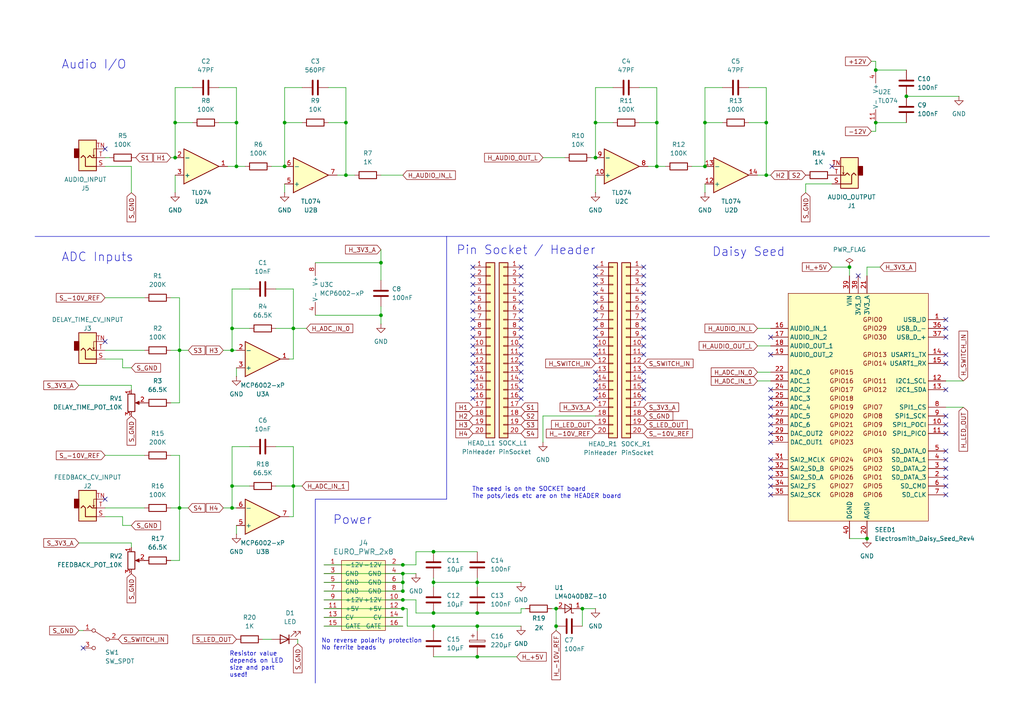
<source format=kicad_sch>
(kicad_sch (version 20231120) (generator "eeschema") (generator_version "8.0")
  (paper "A4")
  (title_block (title "Daisy Delay 6HP Eurorack Module") (date "2024-04-14") (rev "1.0") (company "42 Berlin SynthLab") (comment 1 "Important to connect AGND and DGND outside the seed!") (comment 2 "Using suggested pins in datasheet switch/LED examples:\nhttps://daisy.nyc3.cdn.digitaloceanspaces.com/products/seed/Daisy_Seed_datasheet.pdf"))
  (junction (at 82.55 48.26))
  (junction (at 138.43 181.61))
  (junction (at 52.07 147.32))
  (junction (at 251.46 156.21))
  (junction (at 116.84 173.99))
  (junction (at 204.47 35.56))
  (junction (at 125.73 177.8))
  (junction (at 254 35.56))
  (junction (at 125.73 168.91))
  (junction (at 116.84 171.45))
  (junction (at 138.43 168.91))
  (junction (at 161.29 181.61))
  (junction (at 67.31 140.97))
  (junction (at 100.33 35.56))
  (junction (at 82.55 35.56))
  (junction (at 190.5 48.26))
  (junction (at 110.49 76.2))
  (junction (at 125.73 160.02))
  (junction (at 50.8 45.72))
  (junction (at 190.5 35.56))
  (junction (at 168.91 176.53))
  (junction (at 138.43 190.5))
  (junction (at 68.58 35.56))
  (junction (at 67.31 95.25))
  (junction (at 67.31 147.32))
  (junction (at 172.72 45.72))
  (junction (at 85.09 140.97))
  (junction (at 172.72 35.56))
  (junction (at 67.31 101.6))
  (junction (at 125.73 181.61))
  (junction (at 138.43 177.8))
  (junction (at 222.25 50.8))
  (junction (at 116.84 166.37))
  (junction (at 68.58 48.26))
  (junction (at 204.47 48.26))
  (junction (at 254 20.32))
  (junction (at 85.09 95.25))
  (junction (at 50.8 35.56))
  (junction (at 116.84 168.91))
  (junction (at 262.89 27.94))
  (junction (at 52.07 101.6))
  (junction (at 116.84 176.53))
  (junction (at 222.25 35.56))
  (junction (at 246.38 77.47))
  (junction (at 100.33 50.8))
  (junction (at 161.29 176.53))
  (junction (at 110.49 91.44))
  (junction (at 116.84 163.83))
  (no_connect (at 223.52 123.19))
  (no_connect (at 137.16 100.33))
  (no_connect (at 186.69 115.57))
  (no_connect (at 151.13 100.33))
  (no_connect (at 151.13 95.25))
  (no_connect (at 274.32 102.87))
  (no_connect (at 24.13 187.96))
  (no_connect (at 274.32 130.81))
  (no_connect (at 151.13 80.01))
  (no_connect (at 151.13 105.41))
  (no_connect (at 186.69 107.95))
  (no_connect (at 223.52 113.03))
  (no_connect (at 248.92 80.01))
  (no_connect (at 151.13 92.71))
  (no_connect (at 223.52 128.27))
  (no_connect (at 223.52 135.89))
  (no_connect (at 274.32 92.71))
  (no_connect (at 274.32 133.35))
  (no_connect (at 137.16 95.25))
  (no_connect (at 186.69 95.25))
  (no_connect (at 172.72 97.79))
  (no_connect (at 186.69 77.47))
  (no_connect (at 137.16 110.49))
  (no_connect (at 172.72 113.03))
  (no_connect (at 172.72 80.01))
  (no_connect (at 151.13 97.79))
  (no_connect (at 172.72 85.09))
  (no_connect (at 274.32 97.79))
  (no_connect (at 151.13 110.49))
  (no_connect (at 186.69 113.03))
  (no_connect (at 223.52 102.87))
  (no_connect (at 223.52 143.51))
  (no_connect (at 137.16 107.95))
  (no_connect (at 137.16 82.55))
  (no_connect (at 223.52 115.57))
  (no_connect (at 186.69 97.79))
  (no_connect (at 274.32 95.25))
  (no_connect (at 151.13 115.57))
  (no_connect (at 137.16 102.87))
  (no_connect (at 172.72 87.63))
  (no_connect (at 151.13 107.95))
  (no_connect (at 274.32 125.73))
  (no_connect (at 223.52 125.73))
  (no_connect (at 223.52 118.11))
  (no_connect (at 186.69 87.63))
  (no_connect (at 151.13 82.55))
  (no_connect (at 274.32 140.97))
  (no_connect (at 151.13 85.09))
  (no_connect (at 223.52 140.97))
  (no_connect (at 172.72 102.87))
  (no_connect (at 137.16 115.57))
  (no_connect (at 186.69 85.09))
  (no_connect (at 186.69 82.55))
  (no_connect (at 30.48 99.06))
  (no_connect (at 186.69 100.33))
  (no_connect (at 223.52 120.65))
  (no_connect (at 274.32 105.41))
  (no_connect (at 186.69 92.71))
  (no_connect (at 172.72 77.47))
  (no_connect (at 151.13 87.63))
  (no_connect (at 151.13 113.03))
  (no_connect (at 30.48 43.18))
  (no_connect (at 274.32 120.65))
  (no_connect (at 172.72 110.49))
  (no_connect (at 241.3 48.26))
  (no_connect (at 186.69 110.49))
  (no_connect (at 137.16 87.63))
  (no_connect (at 30.48 144.78))
  (no_connect (at 274.32 123.19))
  (no_connect (at 137.16 85.09))
  (no_connect (at 172.72 82.55))
  (no_connect (at 172.72 115.57))
  (no_connect (at 137.16 92.71))
  (no_connect (at 151.13 77.47))
  (no_connect (at 274.32 143.51))
  (no_connect (at 137.16 80.01))
  (no_connect (at 186.69 80.01))
  (no_connect (at 186.69 90.17))
  (no_connect (at 137.16 105.41))
  (no_connect (at 137.16 77.47))
  (no_connect (at 274.32 138.43))
  (no_connect (at 223.52 133.35))
  (no_connect (at 186.69 102.87))
  (no_connect (at 172.72 95.25))
  (no_connect (at 137.16 113.03))
  (no_connect (at 172.72 100.33))
  (no_connect (at 274.32 135.89))
  (no_connect (at 151.13 90.17))
  (no_connect (at 172.72 90.17))
  (no_connect (at 223.52 138.43))
  (no_connect (at 274.32 113.03))
  (no_connect (at 151.13 102.87))
  (no_connect (at 172.72 92.71))
  (no_connect (at 223.52 97.79))
  (no_connect (at 137.16 90.17))
  (no_connect (at 137.16 97.79))
  (no_connect (at 172.72 107.95))
  (wire (pts (xy 30.48 132.08) (xy 41.91 132.08)))
  (wire (pts (xy 67.31 140.97) (xy 67.31 129.54)))
  (wire (pts (xy 68.58 152.4) (xy 68.58 154.94)))
  (wire (pts (xy 204.47 25.4) (xy 204.47 35.56)))
  (wire (pts (xy 151.13 177.8) (xy 138.43 177.8)))
  (wire (pts (xy 35.56 149.86) (xy 30.48 149.86)))
  (wire (pts (xy 83.82 104.14) (xy 85.09 104.14)))
  (wire (pts (xy 246.38 156.21) (xy 251.46 156.21)))
  (wire (pts (xy 35.56 152.4) (xy 38.1 152.4)))
  (wire (pts (xy 49.53 147.32) (xy 52.07 147.32)))
  (wire (pts (xy 93.98 173.99) (xy 116.84 173.99)))
  (wire (pts (xy 219.71 50.8) (xy 222.25 50.8)))
  (wire (pts (xy 30.48 45.72) (xy 31.75 45.72)))
  (wire (pts (xy 30.48 147.32) (xy 41.91 147.32)))
  (wire (pts (xy 52.07 116.84) (xy 52.07 101.6)))
  (wire (pts (xy 171.45 45.72) (xy 172.72 45.72)))
  (wire (pts (xy 161.29 181.61) (xy 161.29 176.53)))
  (wire (pts (xy 35.56 106.68) (xy 35.56 104.14)))
  (wire (pts (xy 78.74 185.42) (xy 76.2 185.42)))
  (wire (pts (xy 49.53 116.84) (xy 52.07 116.84)))
  (wire (pts (xy 118.11 181.61) (xy 125.73 181.61)))
  (wire (pts (xy 22.86 182.88) (xy 24.13 182.88)))
  (wire (pts (xy 49.53 132.08) (xy 52.07 132.08)))
  (wire (pts (xy 222.25 25.4) (xy 222.25 35.56)))
  (wire (pts (xy 38.1 157.48) (xy 38.1 158.75)))
  (wire (pts (xy 110.49 76.2) (xy 110.49 72.39)))
  (wire (pts (xy 168.91 176.53) (xy 168.91 181.61)))
  (wire (pts (xy 157.48 45.72) (xy 163.83 45.72)))
  (wire (pts (xy 86.36 185.42) (xy 86.36 186.69)))
  (wire (pts (xy 35.56 104.14) (xy 30.48 104.14)))
  (wire (pts (xy 93.98 166.37) (xy 116.84 166.37)))
  (wire (pts (xy 151.13 176.53) (xy 151.13 177.8)))
  (wire (pts (xy 222.25 50.8) (xy 223.52 50.8)))
  (wire (pts (xy 93.98 181.61) (xy 116.84 181.61)))
  (wire (pts (xy 209.55 25.4) (xy 204.47 25.4)))
  (polyline (pts (xy 129.54 68.58) (xy 287.02 68.58)))
  (wire (pts (xy 82.55 35.56) (xy 87.63 35.56)))
  (wire (pts (xy 138.43 182.88) (xy 138.43 181.61)))
  (wire (pts (xy 80.01 129.54) (xy 85.09 129.54)))
  (wire (pts (xy 100.33 50.8) (xy 102.87 50.8)))
  (wire (pts (xy 64.77 101.6) (xy 67.31 101.6)))
  (wire (pts (xy 251.46 80.01) (xy 251.46 77.47)))
  (wire (pts (xy 85.09 95.25) (xy 85.09 104.14)))
  (wire (pts (xy 67.31 140.97) (xy 67.31 147.32)))
  (wire (pts (xy 172.72 50.8) (xy 172.72 55.88)))
  (wire (pts (xy 217.17 25.4) (xy 222.25 25.4)))
  (wire (pts (xy 172.72 35.56) (xy 177.8 35.56)))
  (wire (pts (xy 68.58 48.26) (xy 68.58 35.56)))
  (wire (pts (xy 185.42 35.56) (xy 190.5 35.56)))
  (wire (pts (xy 110.49 88.9) (xy 110.49 91.44)))
  (wire (pts (xy 190.5 48.26) (xy 193.04 48.26)))
  (wire (pts (xy 138.43 190.5) (xy 149.86 190.5)))
  (wire (pts (xy 63.5 35.56) (xy 68.58 35.56)))
  (wire (pts (xy 125.73 177.8) (xy 120.65 177.8)))
  (polyline (pts (xy 91.44 144.78) (xy 91.44 198.12)))
  (wire (pts (xy 82.55 35.56) (xy 82.55 48.26)))
  (wire (pts (xy 50.8 45.72) (xy 50.8 35.56)))
  (wire (pts (xy 219.71 100.33) (xy 223.52 100.33)))
  (wire (pts (xy 219.71 107.95) (xy 223.52 107.95)))
  (wire (pts (xy 93.98 168.91) (xy 116.84 168.91)))
  (wire (pts (xy 222.25 35.56) (xy 222.25 50.8)))
  (wire (pts (xy 78.74 48.26) (xy 82.55 48.26)))
  (wire (pts (xy 68.58 106.68) (xy 68.58 109.22)))
  (wire (pts (xy 93.98 176.53) (xy 116.84 176.53)))
  (wire (pts (xy 52.07 86.36) (xy 52.07 101.6)))
  (wire (pts (xy 138.43 168.91) (xy 138.43 167.64)))
  (wire (pts (xy 138.43 181.61) (xy 151.13 181.61)))
  (wire (pts (xy 241.3 53.34) (xy 233.68 53.34)))
  (wire (pts (xy 274.32 110.49) (xy 279.4 110.49)))
  (wire (pts (xy 83.82 149.86) (xy 85.09 149.86)))
  (wire (pts (xy 116.84 168.91) (xy 116.84 171.45)))
  (wire (pts (xy 54.61 101.6) (xy 52.07 101.6)))
  (wire (pts (xy 252.73 17.78) (xy 254 17.78)))
  (wire (pts (xy 219.71 95.25) (xy 223.52 95.25)))
  (wire (pts (xy 110.49 50.8) (xy 116.84 50.8)))
  (wire (pts (xy 161.29 182.88) (xy 161.29 181.61)))
  (wire (pts (xy 49.53 162.56) (xy 52.07 162.56)))
  (wire (pts (xy 172.72 176.53) (xy 168.91 176.53)))
  (wire (pts (xy 187.96 48.26) (xy 190.5 48.26)))
  (wire (pts (xy 85.09 129.54) (xy 85.09 140.97)))
  (wire (pts (xy 67.31 140.97) (xy 72.39 140.97)))
  (wire (pts (xy 251.46 77.47) (xy 255.27 77.47)))
  (wire (pts (xy 138.43 168.91) (xy 138.43 170.18)))
  (wire (pts (xy 67.31 129.54) (xy 72.39 129.54)))
  (wire (pts (xy 254 17.78) (xy 254 20.32)))
  (wire (pts (xy 160.02 176.53) (xy 161.29 176.53)))
  (wire (pts (xy 80.01 95.25) (xy 85.09 95.25)))
  (wire (pts (xy 125.73 190.5) (xy 138.43 190.5)))
  (wire (pts (xy 80.01 140.97) (xy 85.09 140.97)))
  (wire (pts (xy 116.84 166.37) (xy 116.84 168.91)))
  (wire (pts (xy 91.44 91.44) (xy 110.49 91.44)))
  (wire (pts (xy 125.73 177.8) (xy 138.43 177.8)))
  (wire (pts (xy 172.72 120.65) (xy 157.48 120.65)))
  (wire (pts (xy 35.56 106.68) (xy 38.1 106.68)))
  (wire (pts (xy 49.53 45.72) (xy 50.8 45.72)))
  (wire (pts (xy 110.49 76.2) (xy 110.49 81.28)))
  (wire (pts (xy 190.5 25.4) (xy 190.5 35.56)))
  (wire (pts (xy 38.1 48.26) (xy 38.1 55.88)))
  (wire (pts (xy 38.1 111.76) (xy 38.1 113.03)))
  (wire (pts (xy 254 20.32) (xy 262.89 20.32)))
  (wire (pts (xy 67.31 101.6) (xy 68.58 101.6)))
  (wire (pts (xy 50.8 35.56) (xy 55.88 35.56)))
  (wire (pts (xy 254 38.1) (xy 254 35.56)))
  (wire (pts (xy 204.47 53.34) (xy 204.47 55.88)))
  (wire (pts (xy 100.33 35.56) (xy 100.33 50.8)))
  (wire (pts (xy 233.68 53.34) (xy 233.68 55.88)))
  (wire (pts (xy 138.43 168.91) (xy 151.13 168.91)))
  (wire (pts (xy 274.32 118.11) (xy 279.4 118.11)))
  (wire (pts (xy 80.01 83.82) (xy 85.09 83.82)))
  (wire (pts (xy 252.73 38.1) (xy 254 38.1)))
  (wire (pts (xy 22.86 157.48) (xy 38.1 157.48)))
  (wire (pts (xy 54.61 147.32) (xy 52.07 147.32)))
  (wire (pts (xy 49.53 101.6) (xy 52.07 101.6)))
  (wire (pts (xy 157.48 120.65) (xy 157.48 128.27)))
  (wire (pts (xy 125.73 167.64) (xy 125.73 168.91)))
  (wire (pts (xy 125.73 160.02) (xy 120.65 160.02)))
  (wire (pts (xy 120.65 177.8) (xy 120.65 173.99)))
  (wire (pts (xy 217.17 35.56) (xy 222.25 35.56)))
  (wire (pts (xy 66.04 48.26) (xy 68.58 48.26)))
  (wire (pts (xy 85.09 140.97) (xy 85.09 149.86)))
  (wire (pts (xy 30.48 86.36) (xy 41.91 86.36)))
  (wire (pts (xy 125.73 168.91) (xy 125.73 170.18)))
  (wire (pts (xy 67.31 95.25) (xy 67.31 83.82)))
  (wire (pts (xy 262.89 27.94) (xy 278.13 27.94)))
  (wire (pts (xy 30.48 48.26) (xy 38.1 48.26)))
  (polyline (pts (xy 91.44 144.78) (xy 129.54 144.78)))
  (wire (pts (xy 219.71 110.49) (xy 223.52 110.49)))
  (wire (pts (xy 22.86 111.76) (xy 38.1 111.76)))
  (wire (pts (xy 64.77 147.32) (xy 67.31 147.32)))
  (wire (pts (xy 67.31 95.25) (xy 72.39 95.25)))
  (wire (pts (xy 67.31 147.32) (xy 68.58 147.32)))
  (wire (pts (xy 95.25 25.4) (xy 100.33 25.4)))
  (wire (pts (xy 30.48 101.6) (xy 41.91 101.6)))
  (wire (pts (xy 125.73 160.02) (xy 138.43 160.02)))
  (wire (pts (xy 254 35.56) (xy 262.89 35.56)))
  (wire (pts (xy 190.5 48.26) (xy 190.5 35.56)))
  (wire (pts (xy 116.84 163.83) (xy 120.65 163.83)))
  (wire (pts (xy 50.8 25.4) (xy 50.8 35.56)))
  (wire (pts (xy 185.42 25.4) (xy 190.5 25.4)))
  (wire (pts (xy 85.09 83.82) (xy 85.09 95.25)))
  (wire (pts (xy 100.33 25.4) (xy 100.33 35.56)))
  (wire (pts (xy 52.07 162.56) (xy 52.07 147.32)))
  (wire (pts (xy 125.73 168.91) (xy 138.43 168.91)))
  (wire (pts (xy 200.66 48.26) (xy 204.47 48.26)))
  (wire (pts (xy 91.44 76.2) (xy 110.49 76.2)))
  (wire (pts (xy 52.07 132.08) (xy 52.07 147.32)))
  (wire (pts (xy 246.38 77.47) (xy 246.38 80.01)))
  (wire (pts (xy 172.72 25.4) (xy 172.72 35.56)))
  (wire (pts (xy 93.98 171.45) (xy 116.84 171.45)))
  (wire (pts (xy 110.49 91.44) (xy 110.49 93.98)))
  (wire (pts (xy 97.79 50.8) (xy 100.33 50.8)))
  (wire (pts (xy 50.8 50.8) (xy 50.8 55.88)))
  (wire (pts (xy 93.98 163.83) (xy 116.84 163.83)))
  (wire (pts (xy 95.25 35.56) (xy 100.33 35.56)))
  (wire (pts (xy 63.5 25.4) (xy 68.58 25.4)))
  (wire (pts (xy 125.73 181.61) (xy 138.43 181.61)))
  (wire (pts (xy 49.53 86.36) (xy 52.07 86.36)))
  (wire (pts (xy 82.55 53.34) (xy 82.55 55.88)))
  (wire (pts (xy 85.09 140.97) (xy 87.63 140.97)))
  (wire (pts (xy 120.65 173.99) (xy 116.84 173.99)))
  (wire (pts (xy 151.13 176.53) (xy 152.4 176.53)))
  (wire (pts (xy 204.47 35.56) (xy 204.47 48.26)))
  (wire (pts (xy 116.84 166.37) (xy 120.65 166.37)))
  (wire (pts (xy 68.58 48.26) (xy 71.12 48.26)))
  (wire (pts (xy 55.88 25.4) (xy 50.8 25.4)))
  (wire (pts (xy 120.65 160.02) (xy 120.65 163.83)))
  (wire (pts (xy 241.3 77.47) (xy 246.38 77.47)))
  (wire (pts (xy 204.47 35.56) (xy 209.55 35.56)))
  (wire (pts (xy 68.58 25.4) (xy 68.58 35.56)))
  (wire (pts (xy 85.09 95.25) (xy 88.9 95.25)))
  (wire (pts (xy 87.63 25.4) (xy 82.55 25.4)))
  (wire (pts (xy 67.31 83.82) (xy 72.39 83.82)))
  (polyline (pts (xy 10.16 68.58) (xy 129.54 68.58)))
  (wire (pts (xy 82.55 25.4) (xy 82.55 35.56)))
  (polyline (pts (xy 129.54 68.58) (xy 129.54 144.78)))
  (wire (pts (xy 125.73 182.88) (xy 125.73 181.61)))
  (wire (pts (xy 116.84 176.53) (xy 118.11 176.53)))
  (wire (pts (xy 93.98 179.07) (xy 116.84 179.07)))
  (wire (pts (xy 172.72 45.72) (xy 172.72 35.56)))
  (wire (pts (xy 177.8 25.4) (xy 172.72 25.4)))
  (wire (pts (xy 67.31 95.25) (xy 67.31 101.6)))
  (wire (pts (xy 35.56 152.4) (xy 35.56 149.86)))
  (wire (pts (xy 118.11 176.53) (xy 118.11 181.61)))
  (text "ADC Inputs" (at 17.78 76.2 0) (effects (font (size 2.54 2.54)) (justify left bottom)))
  (text "Resistor value\ndepends on LED\nsize and part\nused!" (at 66.548 192.786 0) (effects (font (size 1.27 1.27)) (justify left)))
  (text "Audio I/O" (at 17.78 20.32 0) (effects (font (size 2.54 2.54)) (justify left bottom)))
  (text "Power" (at 96.52 152.4 0) (effects (font (size 2.54 2.54)) (justify left bottom)))
  (text "The seed is on the SOCKET board\nThe pots/leds etc are on the HEADER board" (at 136.906 141.224 0) (effects (font (size 1.27 1.27)) (justify left top)))
  (text "Pin Socket / Header" (at 132.334 74.168 0) (effects (font (size 2.54 2.54)) (justify left bottom)))
  (text "Daisy Seed" (at 206.502 74.676 0) (effects (font (size 2.54 2.54)) (justify left bottom)))
  (text "No reverse polarity protection\nNo ferrite beads" (at 93.218 186.944 0) (effects (font (size 1.27 1.27)) (justify left)))
  (global_label "S_3V3_A" (shape input) (at 22.86 157.48 180) (property "Intersheetrefs" "${INTERSHEET_REFS}" (effects (hide yes))))
  (global_label "H_LED_OUT" (shape input) (at 279.4 118.11 270) (property "Intersheetrefs" "${INTERSHEET_REFS}" (effects (hide yes))))
  (global_label "S_GND" (shape input) (at 38.1 166.37 270) (property "Intersheetrefs" "${INTERSHEET_REFS}" (effects (hide yes))))
  (global_label "H4" (shape input) (at 137.16 125.73 180) (property "Intersheetrefs" "${INTERSHEET_REFS}" (effects (hide yes))))
  (global_label "H_3V3_A" (shape input) (at 110.49 72.39 180) (property "Intersheetrefs" "${INTERSHEET_REFS}" (effects (hide yes))))
  (global_label "S_SWITCH_IN" (shape input) (at 186.69 105.41 0) (property "Intersheetrefs" "${INTERSHEET_REFS}" (effects (hide yes))))
  (global_label "H3" (shape input) (at 137.16 123.19 180) (property "Intersheetrefs" "${INTERSHEET_REFS}" (effects (hide yes))))
  (global_label "S_LED_OUT" (shape input) (at 186.69 123.19 0) (property "Intersheetrefs" "${INTERSHEET_REFS}" (effects (hide yes))))
  (global_label "H_ADC_IN_0" (shape input) (at 88.9 95.25 0) (property "Intersheetrefs" "${INTERSHEET_REFS}" (effects (hide yes))))
  (global_label "H3" (shape input) (at 64.77 101.6 180) (property "Intersheetrefs" "${INTERSHEET_REFS}" (effects (hide yes))))
  (global_label "H_ADC_IN_0" (shape input) (at 219.71 107.95 180) (property "Intersheetrefs" "${INTERSHEET_REFS}" (effects (hide yes))))
  (global_label "-12V" (shape input) (at 252.73 38.1 180) (property "Intersheetrefs" "${INTERSHEET_REFS}" (effects (hide yes))))
  (global_label "H_AUDIO_OUT_L" (shape input) (at 219.71 100.33 180) (property "Intersheetrefs" "${INTERSHEET_REFS}" (effects (hide yes))))
  (global_label "H2" (shape input) (at 223.52 50.8 0) (property "Intersheetrefs" "${INTERSHEET_REFS}" (effects (hide yes))))
  (global_label "H_-10V_REF" (shape input) (at 161.29 182.88 270) (property "Intersheetrefs" "${INTERSHEET_REFS}" (effects (hide yes))))
  (global_label "+12V" (shape input) (at 252.73 17.78 180) (property "Intersheetrefs" "${INTERSHEET_REFS}" (effects (hide yes))))
  (global_label "S2" (shape input) (at 151.13 120.65 0) (property "Intersheetrefs" "${INTERSHEET_REFS}" (effects (hide yes))))
  (global_label "S_3V3_A" (shape input) (at 22.86 111.76 180) (property "Intersheetrefs" "${INTERSHEET_REFS}" (effects (hide yes))))
  (global_label "H_AUDIO_OUT_L" (shape input) (at 157.48 45.72 180) (property "Intersheetrefs" "${INTERSHEET_REFS}" (effects (hide yes))))
  (global_label "H1" (shape input) (at 49.53 45.72 180) (property "Intersheetrefs" "${INTERSHEET_REFS}" (effects (hide yes))))
  (global_label "H_+5V" (shape input) (at 241.3 77.47 180) (property "Intersheetrefs" "${INTERSHEET_REFS}" (effects (hide yes))))
  (global_label "H_LED_OUT" (shape input) (at 172.72 123.19 180) (property "Intersheetrefs" "${INTERSHEET_REFS}" (effects (hide yes))))
  (global_label "S_GND" (shape input) (at 38.1 120.65 270) (property "Intersheetrefs" "${INTERSHEET_REFS}" (effects (hide yes))))
  (global_label "H2" (shape input) (at 137.16 120.65 180) (property "Intersheetrefs" "${INTERSHEET_REFS}" (effects (hide yes))))
  (global_label "H_3V3_A" (shape input) (at 172.72 118.11 180) (property "Intersheetrefs" "${INTERSHEET_REFS}" (effects (hide yes))))
  (global_label "S_GND" (shape input) (at 233.68 55.88 270) (property "Intersheetrefs" "${INTERSHEET_REFS}" (effects (hide yes))))
  (global_label "S_GND" (shape input) (at 38.1 55.88 270) (property "Intersheetrefs" "${INTERSHEET_REFS}" (effects (hide yes))))
  (global_label "S_GND" (shape input) (at 86.36 186.69 270) (property "Intersheetrefs" "${INTERSHEET_REFS}" (effects (hide yes))))
  (global_label "S1" (shape input) (at 39.37 45.72 0) (property "Intersheetrefs" "${INTERSHEET_REFS}" (effects (hide yes))))
  (global_label "H_SWITCH_IN" (shape input) (at 279.4 110.49 90) (property "Intersheetrefs" "${INTERSHEET_REFS}" (effects (hide yes))))
  (global_label "S_3V3_A" (shape input) (at 186.69 118.11 0) (property "Intersheetrefs" "${INTERSHEET_REFS}" (effects (hide yes))))
  (global_label "S4" (shape input) (at 151.13 125.73 0) (property "Intersheetrefs" "${INTERSHEET_REFS}" (effects (hide yes))))
  (global_label "S3" (shape input) (at 151.13 123.19 0) (property "Intersheetrefs" "${INTERSHEET_REFS}" (effects (hide yes))))
  (global_label "H_AUDIO_IN_L" (shape input) (at 219.71 95.25 180) (property "Intersheetrefs" "${INTERSHEET_REFS}" (effects (hide yes))))
  (global_label "S2" (shape input) (at 233.68 50.8 180) (property "Intersheetrefs" "${INTERSHEET_REFS}" (effects (hide yes))))
  (global_label "H4" (shape input) (at 64.77 147.32 180) (property "Intersheetrefs" "${INTERSHEET_REFS}" (effects (hide yes))))
  (global_label "S3" (shape input) (at 54.61 101.6 0) (property "Intersheetrefs" "${INTERSHEET_REFS}" (effects (hide yes))))
  (global_label "S_GND" (shape input) (at 38.1 152.4 0) (property "Intersheetrefs" "${INTERSHEET_REFS}" (effects (hide yes))))
  (global_label "H_+5V" (shape input) (at 149.86 190.5 0) (property "Intersheetrefs" "${INTERSHEET_REFS}" (effects (hide yes))))
  (global_label "H_3V3_A" (shape input) (at 255.27 77.47 0) (property "Intersheetrefs" "${INTERSHEET_REFS}" (effects (hide yes))))
  (global_label "S_GND" (shape input) (at 22.86 182.88 180) (property "Intersheetrefs" "${INTERSHEET_REFS}" (effects (hide yes))))
  (global_label "H_-10V_REF" (shape input) (at 172.72 125.73 180) (property "Intersheetrefs" "${INTERSHEET_REFS}" (effects (hide yes))))
  (global_label "S_-10V_REF" (shape input) (at 186.69 125.73 0) (property "Intersheetrefs" "${INTERSHEET_REFS}" (effects (hide yes))))
  (global_label "S_LED_OUT" (shape input) (at 68.58 185.42 180) (property "Intersheetrefs" "${INTERSHEET_REFS}" (effects (hide yes))))
  (global_label "S_-10V_REF" (shape input) (at 30.48 132.08 180) (property "Intersheetrefs" "${INTERSHEET_REFS}" (effects (hide yes))))
  (global_label "S_SWITCH_IN" (shape input) (at 34.29 185.42 0) (property "Intersheetrefs" "${INTERSHEET_REFS}" (effects (hide yes))))
  (global_label "H_ADC_IN_1" (shape input) (at 87.63 140.97 0) (property "Intersheetrefs" "${INTERSHEET_REFS}" (effects (hide yes))))
  (global_label "S_-10V_REF" (shape input) (at 30.48 86.36 180) (property "Intersheetrefs" "${INTERSHEET_REFS}" (effects (hide yes))))
  (global_label "H_ADC_IN_1" (shape input) (at 219.71 110.49 180) (property "Intersheetrefs" "${INTERSHEET_REFS}" (effects (hide yes))))
  (global_label "S_GND" (shape input) (at 38.1 106.68 0) (property "Intersheetrefs" "${INTERSHEET_REFS}" (effects (hide yes))))
  (global_label "H_SWITCH_IN" (shape input) (at 172.72 105.41 180) (property "Intersheetrefs" "${INTERSHEET_REFS}" (effects (hide yes))))
  (global_label "S_GND" (shape input) (at 186.69 120.65 0) (property "Intersheetrefs" "${INTERSHEET_REFS}" (effects (hide yes))))
  (global_label "S1" (shape input) (at 151.13 118.11 0) (property "Intersheetrefs" "${INTERSHEET_REFS}" (effects (hide yes))))
  (global_label "S4" (shape input) (at 54.61 147.32 0) (property "Intersheetrefs" "${INTERSHEET_REFS}" (effects (hide yes))))
  (global_label "H_AUDIO_IN_L" (shape input) (at 116.84 50.8 0) (property "Intersheetrefs" "${INTERSHEET_REFS}" (effects (hide yes))))
  (global_label "H1" (shape input) (at 137.16 118.11 180) (property "Intersheetrefs" "${INTERSHEET_REFS}" (effects (hide yes))))
  (symbol (lib_name "GND_3") (lib_id "power:GND") (at 68.58 154.94 0) (unit 1)
    (property "Reference" "#PWR07" (effects (hide yes)))
    (property "Value" "GND" (at 68.58 160.02 0))
    (property "Description" "Power symbol creates a global label with name \"GND\" , ground" (effects (hide yes)))
  )
  (symbol (lib_id "Device:R") (at 45.72 116.84 90) (unit 1)
    (property "Reference" "R3" (at 45.72 110.49 90))
    (property "Value" "66.5K" (at 45.72 113.03 90))
    (property "Footprint" "Resistor_THT:R_Axial_DIN0204_L3.6mm_D1.6mm_P5.08mm_Horizontal" (effects (hide yes)))
  )
  (symbol (lib_name "GND_3") (lib_id "power:GND") (at 204.47 55.88 0) (unit 1)
    (property "Reference" "#PWR03" (effects (hide yes)))
    (property "Value" "GND" (at 204.47 60.96 0))
    (property "Description" "Power symbol creates a global label with name \"GND\" , ground" (effects (hide yes)))
  )
  (symbol (lib_id "Device:R") (at 237.49 50.8 90) (unit 1)
    (property "Reference" "R14" (at 237.49 44.45 90))
    (property "Value" "1K" (at 237.49 46.99 90))
    (property "Footprint" "Resistor_THT:R_Axial_DIN0204_L3.6mm_D1.6mm_P5.08mm_Horizontal" (effects (hide yes)))
  )
  (symbol (lib_id "MCU_Module:Electrosmith_Daisy_Seed_Rev4") (at 248.92 118.11 0) (unit 1)
    (property "Reference" "SEED1" (at 253.6541 153.67 0) (effects (justify left)))
    (property "Value" "Electrosmith_Daisy_Seed_Rev4" (at 253.6541 156.21 0) (effects (justify left)))
    (property "Footprint" "Module:Electrosmith_Daisy_Seed" (effects (hide yes)))
    (property "Datasheet" "https://static1.squarespace.com/static/58d03fdc1b10e3bf442567b8/t/6227e6236f02fb68d1577146/1646781988478/Daisy_Seed_datasheet_v1.0.3.pdf" (effects (hide yes)))
  )
  (symbol (lib_id "Amplifier_Operational:TL074") (at 90.17 50.8 0) (mirror x) (unit 2)
    (property "Reference" "U2" (at 90.17 60.96 0))
    (property "Value" "TL074" (at 90.17 58.42 0))
    (property "Footprint" "Package_DIP:DIP-14_W7.62mm" (effects (hide yes)))
    (property "Datasheet" "http://www.ti.com/lit/ds/symlink/tl071.pdf" (effects (hide yes)))
  )
  (symbol (lib_id "Device:R") (at 167.64 45.72 90) (unit 1)
    (property "Reference" "R10" (at 167.64 39.37 90))
    (property "Value" "10K" (at 167.64 41.91 90))
    (property "Footprint" "Resistor_THT:R_Axial_DIN0204_L3.6mm_D1.6mm_P5.08mm_Horizontal" (effects (hide yes)))
  )
  (symbol (lib_id "Device:R") (at 45.72 86.36 90) (unit 1)
    (property "Reference" "R1" (at 45.72 80.01 90))
    (property "Value" "200K" (at 45.72 82.55 90))
    (property "Footprint" "Resistor_THT:R_Axial_DIN0204_L3.6mm_D1.6mm_P5.08mm_Horizontal" (effects (hide yes)))
  )
  (symbol (lib_id "Device:R") (at 45.72 132.08 90) (unit 1)
    (property "Reference" "R15" (at 45.72 125.73 90))
    (property "Value" "200K" (at 45.72 128.27 90))
    (property "Footprint" "Resistor_THT:R_Axial_DIN0204_L3.6mm_D1.6mm_P5.08mm_Horizontal" (effects (hide yes)))
  )
  (symbol (lib_id "Device:R") (at 45.72 162.56 90) (unit 1)
    (property "Reference" "R17" (at 45.72 156.21 90))
    (property "Value" "66.5K" (at 45.72 158.75 90))
    (property "Footprint" "Resistor_THT:R_Axial_DIN0204_L3.6mm_D1.6mm_P5.08mm_Horizontal" (effects (hide yes)))
  )
  (symbol (lib_id "Connector_Generic:Conn_01x20") (at 146.05 100.33 0) (mirror y) (unit 1)
    (property "Reference" "SOCK_L1" (at 144.526 128.524 0) (effects (justify right)))
    (property "Value" "PinSocket" (at 144.526 131.064 0) (effects (justify right)))
    (property "Footprint" "Connector_PinSocket_2.54mm:PinSocket_1x20_P2.54mm_Vertical" (effects (hide yes)))
    (property "Description" "Generic connector, single row, 01x20, script generated (kicad-library-utils/schlib/autogen/connector/)" (effects (hide yes)))
  )
  (symbol (lib_id "Device:R") (at 76.2 140.97 90) (unit 1)
    (property "Reference" "R18" (at 76.2 134.62 90))
    (property "Value" "66.5K" (at 76.2 137.16 90))
    (property "Footprint" "Resistor_THT:R_Axial_DIN0204_L3.6mm_D1.6mm_P5.08mm_Horizontal" (effects (hide yes)))
  )
  (symbol (lib_id "Device:R") (at 45.72 147.32 90) (unit 1)
    (property "Reference" "R16" (at 45.72 140.97 90))
    (property "Value" "100K" (at 45.72 143.51 90))
    (property "Footprint" "Resistor_THT:R_Axial_DIN0204_L3.6mm_D1.6mm_P5.08mm_Horizontal" (effects (hide yes)))
  )
  (symbol (lib_id "Device:R") (at 74.93 48.26 90) (unit 1)
    (property "Reference" "R6" (at 74.93 41.91 90))
    (property "Value" "100K" (at 74.93 44.45 90))
    (property "Footprint" "Resistor_THT:R_Axial_DIN0204_L3.6mm_D1.6mm_P5.08mm_Horizontal" (effects (hide yes)))
  )
  (symbol (lib_name "GND_3") (lib_id "power:GND") (at 278.13 27.94 0) (unit 1)
    (property "Reference" "#PWR04" (effects (hide yes)))
    (property "Value" "GND" (at 278.13 33.02 0))
    (property "Description" "Power symbol creates a global label with name \"GND\" , ground" (effects (hide yes)))
  )
  (symbol (lib_id "Device:C_Polarized") (at 138.43 186.69 0) (unit 1)
    (property "Reference" "C16" (at 142.24 184.5309 0) (effects (justify left)))
    (property "Value" "220µF" (at 142.24 187.0709 0) (effects (justify left)))
    (property "Footprint" "Capacitor_THT:CP_Radial_D5.0mm_P2.50mm" (effects (hide yes)))
    (property "Description" "Polarized capacitor" (effects (hide yes)))
  )
  (symbol (lib_id "Device:C") (at 138.43 173.99 0) (unit 1)
    (property "Reference" "C13" (at 142.24 172.7199 0) (effects (justify left)))
    (property "Value" "100nF" (at 142.24 175.2599 0) (effects (justify left)))
    (property "Footprint" "Capacitor_THT:C_Disc_D3.0mm_W1.6mm_P2.50mm" (effects (hide yes)))
    (property "Description" "Unpolarized capacitor" (effects (hide yes)))
  )
  (symbol (lib_id "Device:R") (at 59.69 35.56 90) (unit 1)
    (property "Reference" "R8" (at 59.69 29.21 90))
    (property "Value" "100K" (at 59.69 31.75 90))
    (property "Footprint" "Resistor_THT:R_Axial_DIN0204_L3.6mm_D1.6mm_P5.08mm_Horizontal" (effects (hide yes)))
  )
  (symbol (lib_id "Amplifier_Operational:TL074") (at 180.34 48.26 0) (mirror x) (unit 3)
    (property "Reference" "U2" (at 180.34 58.42 0))
    (property "Value" "TL074" (at 180.34 55.88 0))
    (property "Footprint" "Package_DIP:DIP-14_W7.62mm" (effects (hide yes)))
    (property "Datasheet" "http://www.ti.com/lit/ds/symlink/tl071.pdf" (effects (hide yes)))
  )
  (symbol (lib_id "Device:C") (at 213.36 25.4 90) (unit 1)
    (property "Reference" "C5" (at 213.36 17.78 90))
    (property "Value" "47PF" (at 213.36 20.32 90))
    (property "Footprint" "Capacitor_THT:C_Disc_D3.0mm_W1.6mm_P2.50mm" (effects (hide yes)))
  )
  (symbol (lib_id "Device:R") (at 76.2 95.25 90) (unit 1)
    (property "Reference" "R4" (at 76.2 88.9 90))
    (property "Value" "66.5K" (at 76.2 91.44 90))
    (property "Footprint" "Resistor_THT:R_Axial_DIN0204_L3.6mm_D1.6mm_P5.08mm_Horizontal" (effects (hide yes)))
  )
  (symbol (lib_id "Amplifier_Operational:TL074") (at 256.54 27.94 0) (unit 5)
    (property "Reference" "U2" (at 254.635 26.67 0) (effects (justify left)))
    (property "Value" "TL074" (at 254.635 29.21 0) (effects (justify left)))
    (property "Footprint" "Package_DIP:DIP-14_W7.62mm" (effects (hide yes)))
    (property "Datasheet" "http://www.ti.com/lit/ds/symlink/tl071.pdf" (effects (hide yes)))
  )
  (symbol (lib_id "Device:C") (at 165.1 181.61 90) (unit 1)
    (property "Reference" "C7" (at 166.37 185.674 90) (effects (justify left)))
    (property "Value" "100nF" (at 169.672 188.214 90) (effects (justify left)))
    (property "Footprint" "Capacitor_THT:C_Disc_D3.0mm_W1.6mm_P2.50mm" (effects (hide yes)))
  )
  (symbol (lib_name "GND_3") (lib_id "power:GND") (at 50.8 55.88 0) (unit 1)
    (property "Reference" "#PWR011" (effects (hide yes)))
    (property "Value" "GND" (at 50.8 60.96 0))
    (property "Description" "Power symbol creates a global label with name \"GND\" , ground" (effects (hide yes)))
  )
  (symbol (lib_id "Connector_Audio:AudioJack2_SwitchT") (at 25.4 101.6 0) (mirror x) (unit 1)
    (property "Reference" "J3" (at 25.4 95.25 0))
    (property "Value" "DELAY_TIME_CV_INPUT" (at 25.4 92.71 0))
    (property "Footprint" "eurocad:PJ301M-12_T_S" (effects (hide yes)))
    (property "Description" "Audio Jack, 2 Poles (Mono / TS), Switched T Pole (Normalling)" (effects (hide yes)))
  )
  (symbol (lib_id "Device:C") (at 262.89 31.75 0) (unit 1)
    (property "Reference" "C9" (at 266.065 30.48 0) (effects (justify left)))
    (property "Value" "100nF" (at 266.065 33.02 0) (effects (justify left)))
    (property "Footprint" "Capacitor_THT:C_Disc_D3.0mm_W1.6mm_P2.50mm" (effects (hide yes)))
  )
  (symbol (lib_name "GND_1") (lib_id "power:GND") (at 120.65 166.37 0) (unit 1)
    (property "Reference" "#PWR016" (effects (hide yes)))
    (property "Value" "GND" (at 120.65 171.45 0))
    (property "Description" "Power symbol creates a global label with name \"GND\" , ground" (effects (hide yes)))
  )
  (symbol (lib_id "Device:R_Potentiometer") (at 38.1 162.56 0) (unit 1)
    (property "Reference" "RV2" (at 35.56 161.2899 0) (effects (justify right)))
    (property "Value" "FEEDBACK_POT_10K" (at 35.56 163.8299 0) (effects (justify right)))
    (property "Footprint" "eurocad:Alpha9mmPot" (effects (hide yes)))
  )
  (symbol (lib_id "power:GND") (at 157.48 128.27 0) (unit 1)
    (property "Reference" "#PWR05" (effects (hide yes)))
    (property "Value" "GND" (at 157.48 133.35 0))
    (property "Description" "Power symbol creates a global label with name \"GND\" , ground" (effects (hide yes)))
  )
  (symbol (lib_id "Device:R") (at 213.36 35.56 90) (unit 1)
    (property "Reference" "R13" (at 213.36 29.21 90))
    (property "Value" "100K" (at 213.36 31.75 90))
    (property "Footprint" "Resistor_THT:R_Axial_DIN0204_L3.6mm_D1.6mm_P5.08mm_Horizontal" (effects (hide yes)))
  )
  (symbol (lib_name "GND_1") (lib_id "power:GND") (at 151.13 168.91 0) (unit 1)
    (property "Reference" "#PWR013" (effects (hide yes)))
    (property "Value" "GND" (at 151.13 173.99 0))
    (property "Description" "Power symbol creates a global label with name \"GND\" , ground" (effects (hide yes)))
  )
  (symbol (lib_id "Device:C") (at 125.73 163.83 0) (unit 1)
    (property "Reference" "C11" (at 129.54 162.5599 0) (effects (justify left)))
    (property "Value" "10µF" (at 129.54 165.0999 0) (effects (justify left)))
    (property "Footprint" "Capacitor_THT:C_Disc_D3.0mm_W1.6mm_P2.50mm" (effects (hide yes)))
    (property "Description" "Unpolarized capacitor" (effects (hide yes)))
  )
  (symbol (lib_id "Connector_Audio:AudioJack2_SwitchT") (at 25.4 147.32 0) (mirror x) (unit 1)
    (property "Reference" "J2" (at 25.4 140.97 0))
    (property "Value" "FEEDBACK_CV_INPUT" (at 25.4 138.43 0))
    (property "Footprint" "eurocad:PJ301M-12_T_S" (effects (hide yes)))
    (property "Description" "Audio Jack, 2 Poles (Mono / TS), Switched T Pole (Normalling)" (effects (hide yes)))
  )
  (symbol (lib_id "Amplifier_Operational:MCP6002-xP") (at 76.2 149.86 0) (mirror x) (unit 2)
    (property "Reference" "U3" (at 76.2 160.02 0))
    (property "Value" "MCP6002-xP" (at 76.2 157.48 0))
    (property "Footprint" "Package_DIP:DIP-8_W7.62mm" (effects (hide yes)))
    (property "Datasheet" "http://ww1.microchip.com/downloads/en/DeviceDoc/21733j.pdf" (effects (hide yes)))
    (property "Description" "1MHz, Low-Power Op Amp, DIP-8" (effects (hide yes)))
  )
  (symbol (lib_id "Connector_Audio:AudioJack2_SwitchT") (at 25.4 45.72 0) (mirror x) (unit 1)
    (property "Reference" "J5" (at 24.765 54.61 0))
    (property "Value" "AUDIO_INPUT" (at 24.765 52.07 0))
    (property "Footprint" "eurocad:PJ301M-12_T_S" (effects (hide yes)))
    (property "Description" "Audio Jack, 2 Poles (Mono / TS), Switched T Pole (Normalling)" (effects (hide yes)))
  )
  (symbol (lib_id "Connector_Generic:Conn_01x20") (at 177.8 100.33 0) (unit 1)
    (property "Reference" "HEAD_R1" (at 179.07 128.778 0) (effects (justify right)))
    (property "Value" "PinHeader" (at 179.07 131.318 0) (effects (justify right)))
    (property "Footprint" "Connector_PinHeader_2.54mm:PinHeader_1x20_P2.54mm_Vertical" (effects (hide yes)))
    (property "Description" "Generic connector, single row, 01x20, script generated (kicad-library-utils/schlib/autogen/connector/)" (effects (hide yes)))
  )
  (symbol (lib_id "Device:R") (at 156.21 176.53 90) (unit 1)
    (property "Reference" "R19" (at 158.242 179.324 90) (effects (justify left)))
    (property "Value" "2K" (at 157.734 182.118 90) (effects (justify left)))
    (property "Footprint" "Resistor_THT:R_Axial_DIN0204_L3.6mm_D1.6mm_P5.08mm_Horizontal" (effects (hide yes)))
  )
  (symbol (lib_id "Device:C") (at 76.2 129.54 90) (unit 1)
    (property "Reference" "C6" (at 76.2 121.92 90))
    (property "Value" "10nF" (at 76.2 124.46 90))
    (property "Footprint" "Capacitor_THT:C_Disc_D3.0mm_W1.6mm_P2.50mm" (effects (hide yes)))
  )
  (symbol (lib_id "Amplifier_Operational:TL074") (at 58.42 48.26 0) (mirror x) (unit 1)
    (property "Reference" "U2" (at 58.42 58.42 0))
    (property "Value" "TL074" (at 58.42 55.88 0))
    (property "Footprint" "Package_DIP:DIP-14_W7.62mm" (effects (hide yes)))
    (property "Datasheet" "http://www.ti.com/lit/ds/symlink/tl071.pdf" (effects (hide yes)))
  )
  (symbol (lib_id "Device:R") (at 91.44 35.56 90) (unit 1)
    (property "Reference" "R9" (at 91.44 29.21 90))
    (property "Value" "10K" (at 91.44 31.75 90))
    (property "Footprint" "Resistor_THT:R_Axial_DIN0204_L3.6mm_D1.6mm_P5.08mm_Horizontal" (effects (hide yes)))
  )
  (symbol (lib_id "Device:R") (at 181.61 35.56 90) (unit 1)
    (property "Reference" "R11" (at 181.61 29.21 90))
    (property "Value" "100K" (at 181.61 31.75 90))
    (property "Footprint" "Resistor_THT:R_Axial_DIN0204_L3.6mm_D1.6mm_P5.08mm_Horizontal" (effects (hide yes)))
  )
  (symbol (lib_id "Device:C") (at 125.73 173.99 0) (unit 1)
    (property "Reference" "C12" (at 129.54 172.7199 0) (effects (justify left)))
    (property "Value" "10µF" (at 129.54 175.2599 0) (effects (justify left)))
    (property "Footprint" "Capacitor_THT:C_Disc_D3.0mm_W1.6mm_P2.50mm" (effects (hide yes)))
    (property "Description" "Unpolarized capacitor" (effects (hide yes)))
  )
  (symbol (lib_id "Device:C") (at 76.2 83.82 90) (unit 1)
    (property "Reference" "C1" (at 76.2 76.2 90))
    (property "Value" "10nF" (at 76.2 78.74 90))
    (property "Footprint" "Capacitor_THT:C_Disc_D3.0mm_W1.6mm_P2.50mm" (effects (hide yes)))
  )
  (symbol (lib_id "Device:C") (at 125.73 186.69 0) (unit 1)
    (property "Reference" "C15" (at 129.54 185.4199 0) (effects (justify left)))
    (property "Value" "10µF" (at 129.54 187.9599 0) (effects (justify left)))
    (property "Footprint" "Capacitor_THT:C_Disc_D3.0mm_W1.6mm_P2.50mm" (effects (hide yes)))
    (property "Description" "Unpolarized capacitor" (effects (hide yes)))
  )
  (symbol (lib_name "GND_3") (lib_id "power:GND") (at 110.49 93.98 0) (unit 1)
    (property "Reference" "#PWR08" (effects (hide yes)))
    (property "Value" "GND" (at 110.49 99.06 0))
    (property "Description" "Power symbol creates a global label with name \"GND\" , ground" (effects (hide yes)))
  )
  (symbol (lib_id "Connector_Generic:Conn_01x20") (at 181.61 100.33 0) (mirror y) (unit 1)
    (property "Reference" "SOCK_R1" (at 180.086 128.778 0) (effects (justify right)))
    (property "Value" "PinSocket" (at 180.086 131.318 0) (effects (justify right)))
    (property "Footprint" "Connector_PinSocket_2.54mm:PinSocket_1x20_P2.54mm_Vertical" (effects (hide yes)))
    (property "Description" "Generic connector, single row, 01x20, script generated (kicad-library-utils/schlib/autogen/connector/)" (effects (hide yes)))
  )
  (symbol (lib_id "Connector_Generic:Conn_01x20") (at 142.24 100.33 0) (unit 1)
    (property "Reference" "HEAD_L1" (at 143.764 128.524 0) (effects (justify right)))
    (property "Value" "PinHeader" (at 143.764 131.064 0) (effects (justify right)))
    (property "Footprint" "Connector_PinHeader_2.54mm:PinHeader_1x20_P2.54mm_Vertical" (effects (hide yes)))
    (property "Description" "Generic connector, single row, 01x20, script generated (kicad-library-utils/schlib/autogen/connector/)" (effects (hide yes)))
  )
  (symbol (lib_id "Device:C") (at 91.44 25.4 90) (unit 1)
    (property "Reference" "C3" (at 91.44 17.78 90))
    (property "Value" "560PF" (at 91.44 20.32 90))
    (property "Footprint" "Capacitor_THT:C_Disc_D3.0mm_W1.6mm_P2.50mm" (effects (hide yes)))
  )
  (symbol (lib_id "Device:C") (at 262.89 24.13 0) (unit 1)
    (property "Reference" "C10" (at 266.065 22.86 0) (effects (justify left)))
    (property "Value" "100nF" (at 266.065 25.4 0) (effects (justify left)))
    (property "Footprint" "Capacitor_THT:C_Disc_D3.0mm_W1.6mm_P2.50mm" (effects (hide yes)))
  )
  (symbol (lib_name "GND_1") (lib_id "power:GND") (at 151.13 181.61 0) (unit 1)
    (property "Reference" "#PWR014" (effects (hide yes)))
    (property "Value" "GND" (at 151.13 186.69 0))
    (property "Description" "Power symbol creates a global label with name \"GND\" , ground" (effects (hide yes)))
  )
  (symbol (lib_name "GND_3") (lib_id "power:GND") (at 172.72 176.53 0) (unit 1)
    (property "Reference" "#PWR09" (effects (hide yes)))
    (property "Value" "GND" (at 172.72 181.61 0))
    (property "Description" "Power symbol creates a global label with name \"GND\" , ground" (effects (hide yes)))
  )
  (symbol (lib_id "Connector_Audio:AudioJack2_SwitchT") (at 246.38 50.8 180) (unit 1)
    (property "Reference" "J1" (at 247.015 59.69 0))
    (property "Value" "AUDIO_OUTPUT" (at 247.015 57.15 0))
    (property "Footprint" "eurocad:PJ301M-12_T_S" (effects (hide yes)))
    (property "Description" "Audio Jack, 2 Poles (Mono / TS), Switched T Pole (Normalling)" (effects (hide yes)))
  )
  (symbol (lib_id "Amplifier_Operational:MCP6002-xP") (at 76.2 104.14 0) (mirror x) (unit 1)
    (property "Reference" "U3" (at 76.2 114.3 0))
    (property "Value" "MCP6002-xP" (at 76.2 111.76 0))
    (property "Footprint" "Package_DIP:DIP-8_W7.62mm" (effects (hide yes)))
    (property "Datasheet" "http://ww1.microchip.com/downloads/en/DeviceDoc/21733j.pdf" (effects (hide yes)))
    (property "Description" "1MHz, Low-Power Op Amp, DIP-8" (effects (hide yes)))
  )
  (symbol (lib_name "GND_3") (lib_id "power:GND") (at 82.55 55.88 0) (unit 1)
    (property "Reference" "#PWR012" (effects (hide yes)))
    (property "Value" "GND" (at 82.55 60.96 0))
    (property "Description" "Power symbol creates a global label with name \"GND\" , ground" (effects (hide yes)))
  )
  (symbol (lib_id "Device:C") (at 110.49 85.09 0) (unit 1)
    (property "Reference" "C8" (at 113.665 83.82 0) (effects (justify left)))
    (property "Value" "100nF" (at 113.665 86.36 0) (effects (justify left)))
    (property "Footprint" "Capacitor_THT:C_Disc_D3.0mm_W1.6mm_P2.50mm" (effects (hide yes)))
  )
  (symbol (lib_name "GND_3") (lib_id "power:GND") (at 68.58 109.22 0) (unit 1)
    (property "Reference" "#PWR01" (effects (hide yes)))
    (property "Value" "GND" (at 68.58 114.3 0))
    (property "Description" "Power symbol creates a global label with name \"GND\" , ground" (effects (hide yes)))
  )
  (symbol (lib_id "power:PWR_FLAG") (at 246.38 77.47 0) (unit 1)
    (property "Reference" "#FLG01" (effects (hide yes)))
    (property "Value" "PWR_FLAG" (at 246.38 72.39 0))
    (property "Description" "Special symbol for telling ERC where power comes from" (effects (hide yes)))
  )
  (symbol (lib_id "Device:R_Potentiometer") (at 38.1 116.84 0) (unit 1)
    (property "Reference" "RV1" (at 35.56 115.57 0) (effects (justify right)))
    (property "Value" "DELAY_TIME_POT_10K" (at 35.56 118.11 0) (effects (justify right)))
    (property "Footprint" "eurocad:Alpha9mmPot" (effects (hide yes)))
  )
  (symbol (lib_name "GND_3") (lib_id "power:GND") (at 172.72 55.88 0) (unit 1)
    (property "Reference" "#PWR02" (effects (hide yes)))
    (property "Value" "GND" (at 172.72 60.96 0))
    (property "Description" "Power symbol creates a global label with name \"GND\" , ground" (effects (hide yes)))
  )
  (symbol (lib_id "Device:R") (at 45.72 101.6 90) (unit 1)
    (property "Reference" "R2" (at 45.72 95.25 90))
    (property "Value" "100K" (at 45.72 97.79 90))
    (property "Footprint" "Resistor_THT:R_Axial_DIN0204_L3.6mm_D1.6mm_P5.08mm_Horizontal" (effects (hide yes)))
  )
  (symbol (lib_id "Amplifier_Operational:MCP6002-xP") (at 93.98 83.82 0) (unit 3)
    (property "Reference" "U3" (at 92.71 82.5499 0) (effects (justify left)))
    (property "Value" "MCP6002-xP" (at 92.71 85.0899 0) (effects (justify left)))
    (property "Footprint" "Package_DIP:DIP-8_W7.62mm" (effects (hide yes)))
    (property "Datasheet" "http://ww1.microchip.com/downloads/en/DeviceDoc/21733j.pdf" (effects (hide yes)))
    (property "Description" "1MHz, Low-Power Op Amp, DIP-8" (effects (hide yes)))
  )
  (symbol (lib_id "Device:R") (at 35.56 45.72 90) (unit 1)
    (property "Reference" "R5" (at 35.56 39.37 90))
    (property "Value" "100K" (at 35.56 41.91 90))
    (property "Footprint" "Resistor_THT:R_Axial_DIN0204_L3.6mm_D1.6mm_P5.08mm_Horizontal" (effects (hide yes)))
  )
  (symbol (lib_id "Device:C") (at 138.43 163.83 0) (unit 1)
    (property "Reference" "C14" (at 142.24 162.5599 0) (effects (justify left)))
    (property "Value" "100nF" (at 142.24 165.0999 0) (effects (justify left)))
    (property "Footprint" "Capacitor_THT:C_Disc_D3.0mm_W1.6mm_P2.50mm" (effects (hide yes)))
    (property "Description" "Unpolarized capacitor" (effects (hide yes)))
  )
  (symbol (lib_id "Device:C") (at 59.69 25.4 90) (unit 1)
    (property "Reference" "C2" (at 59.69 17.78 90))
    (property "Value" "47PF" (at 59.69 20.32 90))
    (property "Footprint" "Capacitor_THT:C_Disc_D3.0mm_W1.6mm_P2.50mm" (effects (hide yes)))
  )
  (symbol (lib_id "Reference_Voltage:LM4040DBZ-10") (at 165.1 176.53 0) (mirror x) (unit 1)
    (property "Reference" "U1" (at 160.782 170.434 0) (effects (justify left)))
    (property "Value" "LM4040DBZ-10" (at 160.782 172.974 0) (effects (justify left)))
    (property "Footprint" "Package_TO_SOT_SMD:SOT-23" (effects (hide yes)))
    (property "Datasheet" "http://www.ti.com/lit/ds/symlink/lm4040-n.pdf" (effects (hide yes)))
    (property "Description" "10.00V Precision Micropower Shunt Voltage Reference, SOT-23" (effects (hide yes)))
  )
  (symbol (lib_id "eurocad:EURO_PWR_2x8") (at 105.41 168.91 0) (unit 1)
    (property "Reference" "J4" (at 105.41 157.48 0) (effects (font (size 1.524 1.524))))
    (property "Value" "EURO_PWR_2x8" (at 105.41 160.02 0) (effects (font (size 1.524 1.524))))
    (property "Footprint" "Library:EURO_PWR_2x8" (effects (hide yes)))
  )
  (symbol (lib_name "GND_2") (lib_id "power:GND") (at 251.46 156.21 0) (unit 1)
    (property "Reference" "#PWR019" (effects (hide yes)))
    (property "Value" "GND" (at 251.46 161.29 0))
    (property "Description" "Power symbol creates a global label with name \"GND\" , ground" (effects (hide yes)))
  )
  (symbol (lib_id "Device:LED") (at 82.55 185.42 180) (unit 1)
    (property "Reference" "D1" (at 84.1375 177.8 0))
    (property "Value" "LED" (at 84.1375 180.34 0))
    (property "Footprint" "LED_THT:LED_D5.0mm" (effects (hide yes)))
    (property "Description" "Light emitting diode" (effects (hide yes)))
  )
  (symbol (lib_id "Device:C") (at 181.61 25.4 90) (unit 1)
    (property "Reference" "C4" (at 181.61 17.78 90))
    (property "Value" "47PF" (at 181.61 20.32 90))
    (property "Footprint" "Capacitor_THT:C_Disc_D3.0mm_W1.6mm_P2.50mm" (effects (hide yes)))
  )
  (symbol (lib_id "Device:R") (at 106.68 50.8 90) (unit 1)
    (property "Reference" "R7" (at 106.68 44.45 90))
    (property "Value" "1K" (at 106.68 46.99 90))
    (property "Footprint" "Resistor_THT:R_Axial_DIN0204_L3.6mm_D1.6mm_P5.08mm_Horizontal" (effects (hide yes)))
  )
  (symbol (lib_id "Switch:SW_SPDT") (at 29.21 185.42 0) (mirror y) (unit 1)
    (property "Reference" "SW1" (at 30.48 189.23 0) (effects (justify right)))
    (property "Value" "SW_SPDT" (at 30.48 191.77 0) (effects (justify right)))
    (property "Footprint" "Library:SW_Slide-03_Wuerth-WS-SLTV_10x2.5x6.4_P2.54mm-SolderLugs" (effects (hide yes)))
  )
  (symbol (lib_id "Amplifier_Operational:TL074") (at 212.09 50.8 0) (mirror x) (unit 4)
    (property "Reference" "U2" (at 212.09 60.96 0))
    (property "Value" "TL074" (at 212.09 58.42 0))
    (property "Footprint" "Package_DIP:DIP-14_W7.62mm" (effects (hide yes)))
    (property "Datasheet" "http://www.ti.com/lit/ds/symlink/tl071.pdf" (effects (hide yes)))
  )
  (symbol (lib_id "Device:R") (at 72.39 185.42 90) (unit 1)
    (property "Reference" "R20" (at 72.39 179.07 90))
    (property "Value" "1K" (at 72.39 181.61 90))
    (property "Footprint" "Resistor_THT:R_Axial_DIN0204_L3.6mm_D1.6mm_P5.08mm_Horizontal" (effects (hide yes)))
  )
  (symbol (lib_id "Device:R") (at 196.85 48.26 90) (unit 1)
    (property "Reference" "R12" (at 196.85 41.91 90))
    (property "Value" "100K" (at 196.85 44.45 90))
    (property "Footprint" "Resistor_THT:R_Axial_DIN0204_L3.6mm_D1.6mm_P5.08mm_Horizontal" (effects (hide yes)))
  )
)
</source>
